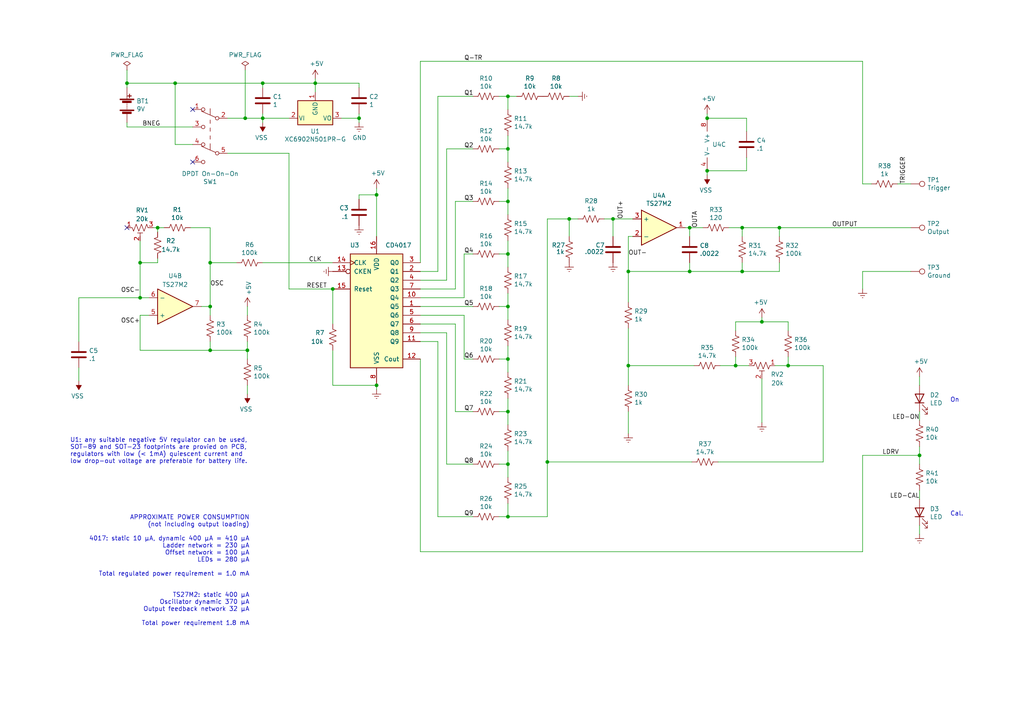
<source format=kicad_sch>
(kicad_sch (version 20211123) (generator eeschema)
  (paper "A4")
  (title_block (title "Exponential Step Generator Minimal") (date "2022-03-05") (rev "1.0") (company "Jason Bamford"))
  (lib_symbols
    (symbol "4xxx:4017" (pin_names (offset 1.016))
      (property "Reference" "U" (at -7.62 16.51 0))
      (property "Value" "4017" (at -7.62 -19.05 0))
      (symbol "4017_1_0"
        (pin output line (at 12.7 0 180) (length 5.08) (name "Q5") (number "1"))
        (pin output line (at 12.7 2.54 180) (length 5.08) (name "Q4") (number "10"))
        (pin output line (at 12.7 -10.16 180) (length 5.08) (name "Q9") (number "11"))
        (pin output line (at 12.7 -15.24 180) (length 5.08) (name "Cout") (number "12"))
        (pin input inverted (at -12.7 10.16 0) (length 5.08) (name "CKEN") (number "13"))
        (pin input clock (at -12.7 12.7 0) (length 5.08) (name "CLK") (number "14"))
        (pin input line (at -12.7 5.08 0) (length 5.08) (name "Reset") (number "15"))
        (pin power_in line (at 0 20.32 270) (length 5.08) (name "VDD") (number "16"))
        (pin output line (at 12.7 10.16 180) (length 5.08) (name "Q1") (number "2"))
        (pin output line (at 12.7 12.7 180) (length 5.08) (name "Q0") (number "3"))
        (pin output line (at 12.7 7.62 180) (length 5.08) (name "Q2") (number "4"))
        (pin output line (at 12.7 -2.54 180) (length 5.08) (name "Q6") (number "5"))
        (pin output line (at 12.7 -5.08 180) (length 5.08) (name "Q7") (number "6"))
        (pin output line (at 12.7 5.08 180) (length 5.08) (name "Q3") (number "7"))
        (pin power_in line (at 0 -22.86 90) (length 5.08) (name "VSS") (number "8"))
        (pin output line (at 12.7 -7.62 180) (length 5.08) (name "Q8") (number "9"))
      )
      (symbol "4017_1_1"
        (rectangle (start -7.62 15.24) (end 7.62 -17.78) (stroke (width 0.254)) (fill (type background)))
      )
    )
    (symbol "Connector:TestPoint" (pin_numbers hide) (pin_names (offset 0.762) hide)
      (property "Reference" "TP" (at 0 6.858 0))
      (property "Value" "TestPoint" (at 0 5.08 0))
      (symbol "TestPoint_0_1"
        (circle (center 0 3.302) (radius 0.762))
      )
      (symbol "TestPoint_1_1"
        (pin passive line (at 0 0 90) (length 2.54) (name "1") (number "1"))
      )
    )
    (symbol "Device:Battery" (pin_numbers hide) (pin_names (offset 0) hide)
      (property "Reference" "BT" (at 2.54 2.54 0))
      (property "Value" "Battery" (at 2.54 0 0))
      (symbol "Battery_0_1"
        (rectangle (start -2.032 -1.397) (end 2.032 -1.651) (fill (type outline)))
        (rectangle (start -2.032 1.778) (end 2.032 1.524) (fill (type outline)))
        (rectangle (start -1.3208 -1.9812) (end 1.27 -2.4892) (fill (type outline)))
        (rectangle (start -1.3208 1.1938) (end 1.27 0.6858) (fill (type outline)))
        (polyline (pts (xy 0 -1.524) (xy 0 -1.27)))
        (polyline (pts (xy 0 -1.016) (xy 0 -0.762)))
        (polyline (pts (xy 0 -0.508) (xy 0 -0.254)))
        (polyline (pts (xy 0 0) (xy 0 0.254)))
        (polyline (pts (xy 0 0.508) (xy 0 0.762)))
        (polyline (pts (xy 0 1.778) (xy 0 2.54)))
        (polyline (pts (xy 0.254 2.667) (xy 1.27 2.667)) (stroke (width 0.254)))
        (polyline (pts (xy 0.762 3.175) (xy 0.762 2.159)) (stroke (width 0.254)))
      )
      (symbol "Battery_1_1"
        (pin passive line (at 0 5.08 270) (length 2.54) (name "+") (number "1"))
        (pin passive line (at 0 -5.08 90) (length 2.54) (name "-") (number "2"))
      )
    )
    (symbol "Device:C" (pin_numbers hide) (pin_names (offset 0.254))
      (property "Reference" "C" (at 0.635 2.54 0))
      (property "Value" "C" (at 0.635 -2.54 0))
      (symbol "C_0_1"
        (polyline (pts (xy -2.032 -0.762) (xy 2.032 -0.762)) (stroke (width 0.508)))
        (polyline (pts (xy -2.032 0.762) (xy 2.032 0.762)) (stroke (width 0.508)))
      )
      (symbol "C_1_1"
        (pin passive line (at 0 3.81 270) (length 2.794) (name "~") (number "1"))
        (pin passive line (at 0 -3.81 90) (length 2.794) (name "~") (number "2"))
      )
    )
    (symbol "Device:LED" (pin_numbers hide) (pin_names (offset 1.016) hide)
      (property "Reference" "D" (at 0 2.54 0))
      (property "Value" "LED" (at 0 -2.54 0))
      (symbol "LED_0_1"
        (polyline (pts (xy -1.27 -1.27) (xy -1.27 1.27)) (stroke (width 0.254)))
        (polyline (pts (xy -1.27 0) (xy 1.27 0)))
        (polyline (pts (xy 1.27 -1.27) (xy 1.27 1.27) (xy -1.27 0) (xy 1.27 -1.27)) (stroke (width 0.254)))
        (polyline (pts (xy -3.048 -0.762) (xy -4.572 -2.286) (xy -3.81 -2.286) (xy -4.572 -2.286) (xy -4.572 -1.524)))
        (polyline (pts (xy -1.778 -0.762) (xy -3.302 -2.286) (xy -2.54 -2.286) (xy -3.302 -2.286) (xy -3.302 -1.524)))
      )
      (symbol "LED_1_1"
        (pin passive line (at -3.81 0 0) (length 2.54) (name "K") (number "1"))
        (pin passive line (at 3.81 0 180) (length 2.54) (name "A") (number "2"))
      )
    )
    (symbol "Device:Opamp_Dual"
      (property "Reference" "U" (at 0 5.08 0))
      (property "Value" "Opamp_Dual" (at 0 -5.08 0))
      (symbol "Opamp_Dual_1_1"
        (polyline (pts (xy -5.08 5.08) (xy 5.08 0) (xy -5.08 -5.08) (xy -5.08 5.08)) (stroke (width 0.254)) (fill (type background)))
        (pin output line (at 7.62 0 180) (length 2.54) (name "~") (number "1"))
        (pin input line (at -7.62 -2.54 0) (length 2.54) (name "-") (number "2"))
        (pin input line (at -7.62 2.54 0) (length 2.54) (name "+") (number "3"))
      )
      (symbol "Opamp_Dual_2_1"
        (polyline (pts (xy -5.08 5.08) (xy 5.08 0) (xy -5.08 -5.08) (xy -5.08 5.08)) (stroke (width 0.254)) (fill (type background)))
        (pin input line (at -7.62 2.54 0) (length 2.54) (name "+") (number "5"))
        (pin input line (at -7.62 -2.54 0) (length 2.54) (name "-") (number "6"))
        (pin output line (at 7.62 0 180) (length 2.54) (name "~") (number "7"))
      )
      (symbol "Opamp_Dual_3_1"
        (pin power_in line (at -2.54 -7.62 90) (length 3.81) (name "V-") (number "4"))
        (pin power_in line (at -2.54 7.62 270) (length 3.81) (name "V+") (number "8"))
      )
    )
    (symbol "Device:R_Potentiometer_Trim_US" (pin_names (offset 1.016) hide)
      (property "Reference" "RV" (at -4.445 0 90))
      (property "Value" "R_Potentiometer_Trim_US" (at -2.54 0 90))
      (symbol "R_Potentiometer_Trim_US_0_1"
        (polyline (pts (xy 0 -2.286) (xy 0 -2.54)))
        (polyline (pts (xy 0 2.286) (xy 0 2.54)))
        (polyline (pts (xy 1.524 0.762) (xy 1.524 -0.762)))
        (polyline (pts (xy 2.54 0) (xy 1.524 0)))
        (polyline (pts (xy 0 -0.762) (xy 1.016 -1.143) (xy 0 -1.524) (xy -1.016 -1.905) (xy 0 -2.286)))
        (polyline (pts (xy 0 0.762) (xy 1.016 0.381) (xy 0 0) (xy -1.016 -0.381) (xy 0 -0.762)))
        (polyline (pts (xy 0 2.286) (xy 1.016 1.905) (xy 0 1.524) (xy -1.016 1.143) (xy 0 0.762)))
      )
      (symbol "R_Potentiometer_Trim_US_1_1"
        (pin passive line (at 0 3.81 270) (length 1.27) (name "1") (number "1"))
        (pin passive line (at 3.81 0 180) (length 1.27) (name "2") (number "2"))
        (pin passive line (at 0 -3.81 90) (length 1.27) (name "3") (number "3"))
      )
    )
    (symbol "Device:R_US" (pin_numbers hide) (pin_names (offset 0))
      (property "Reference" "R" (at 2.54 0 90))
      (property "Value" "R_US" (at -2.54 0 90))
      (symbol "R_US_0_1"
        (polyline (pts (xy 0 -2.286) (xy 0 -2.54)))
        (polyline (pts (xy 0 2.286) (xy 0 2.54)))
        (polyline (pts (xy 0 -0.762) (xy 1.016 -1.143) (xy 0 -1.524) (xy -1.016 -1.905) (xy 0 -2.286)))
        (polyline (pts (xy 0 0.762) (xy 1.016 0.381) (xy 0 0) (xy -1.016 -0.381) (xy 0 -0.762)))
        (polyline (pts (xy 0 2.286) (xy 1.016 1.905) (xy 0 1.524) (xy -1.016 1.143) (xy 0 0.762)))
      )
      (symbol "R_US_1_1"
        (pin passive line (at 0 3.81 270) (length 1.27) (name "~") (number "1"))
        (pin passive line (at 0 -3.81 90) (length 1.27) (name "~") (number "2"))
      )
    )
    (symbol "Jasons_Components:GND" (power) (pin_names (offset 0))
      (property "Value" "GND" (at 0 -3.81 0))
      (symbol "GND_0_1"
        (polyline (pts (xy -0.635 -1.905) (xy 0.635 -1.905)))
        (polyline (pts (xy -0.127 -2.54) (xy 0.127 -2.54)))
        (polyline (pts (xy 0 -1.27) (xy 0 0)))
        (polyline (pts (xy 1.27 -1.27) (xy -1.27 -1.27)))
      )
      (symbol "GND_1_1"
        (pin power_in line (at 0 0 270) (length 0) hide (name "GND") (number "1"))
      )
    )
    (symbol "Regulator_Linear:L79L05_SOT89" (pin_names (offset 0.254))
      (property "Reference" "U" (at -3.81 -3.175 0))
      (property "Value" "L79L05_SOT89" (at 0 -3.175 0))
      (symbol "L79L05_SOT89_0_1"
        (rectangle (start -5.08 5.08) (end 5.08 -1.905) (stroke (width 0.254)) (fill (type background)))
      )
      (symbol "L79L05_SOT89_1_1"
        (pin power_in line (at 0 7.62 270) (length 2.54) (name "GND") (number "1"))
        (pin power_in line (at -7.62 0 0) (length 2.54) (name "VI") (number "2"))
        (pin power_out line (at 7.62 0 180) (length 2.54) (name "VO") (number "3"))
      )
    )
    (symbol "Switch:SW_Push_DPDT" (pin_names (offset 0) hide)
      (property "Reference" "SW" (at 0 8.89 0))
      (property "Value" "SW_Push_DPDT" (at 0 -10.16 0))
      (symbol "SW_Push_DPDT_0_0"
        (circle (center -2.032 -5.08) (radius 0.508))
        (circle (center -2.032 5.08) (radius 0.508))
        (circle (center 2.032 -7.62) (radius 0.508))
        (circle (center 2.032 2.54) (radius 0.508))
      )
      (symbol "SW_Push_DPDT_0_1"
        (polyline (pts (xy -1.524 -4.826) (xy 2.54 -3.048)))
        (polyline (pts (xy -1.524 5.334) (xy 2.54 7.112)))
        (polyline (pts (xy 0 -2.286) (xy 0 -4.064)))
        (polyline (pts (xy 0 -1.016) (xy 0 0)))
        (polyline (pts (xy 0 1.27) (xy 0 2.286)))
        (polyline (pts (xy 0 3.556) (xy 0 4.572)))
        (polyline (pts (xy 0 7.874) (xy 0 6.096)))
        (circle (center 2.032 -2.54) (radius 0.508))
        (circle (center 2.032 7.62) (radius 0.508))
      )
      (symbol "SW_Push_DPDT_1_1"
        (pin passive line (at 5.08 7.62 180) (length 2.54) (name "A") (number "1"))
        (pin passive line (at -5.08 5.08 0) (length 2.54) (name "B") (number "2"))
        (pin passive line (at 5.08 2.54 180) (length 2.54) (name "C") (number "3"))
        (pin passive line (at 5.08 -2.54 180) (length 2.54) (name "A") (number "4"))
        (pin passive line (at -5.08 -5.08 0) (length 2.54) (name "B") (number "5"))
        (pin passive line (at 5.08 -7.62 180) (length 2.54) (name "C") (number "6"))
      )
    )
    (symbol "power:+5V" (power) (pin_names (offset 0))
      (property "Value" "+5V" (at 0 3.556 0))
      (symbol "+5V_0_1"
        (polyline (pts (xy -0.762 1.27) (xy 0 2.54)))
        (polyline (pts (xy 0 0) (xy 0 2.54)))
        (polyline (pts (xy 0 2.54) (xy 0.762 1.27)))
      )
      (symbol "+5V_1_1"
        (pin power_in line (at 0 0 90) (length 0) hide (name "+5V") (number "1"))
      )
    )
    (symbol "power:PWR_FLAG" (power) (pin_numbers hide) (pin_names (offset 0) hide)
      (property "Value" "PWR_FLAG" (at 0 3.81 0))
      (symbol "PWR_FLAG_0_0"
        (pin power_out line (at 0 0 90) (length 0) (name "pwr") (number "1"))
      )
      (symbol "PWR_FLAG_0_1"
        (polyline (pts (xy 0 0) (xy 0 1.27) (xy -1.016 1.905) (xy 0 2.54) (xy 1.016 1.905) (xy 0 1.27)))
      )
    )
    (symbol "power:VSS" (power) (pin_names (offset 0))
      (property "Value" "VSS" (at 0 3.81 0))
      (symbol "VSS_0_1"
        (polyline (pts (xy 0 0) (xy 0 2.54)))
        (polyline (pts (xy 0.762 1.27) (xy -0.762 1.27) (xy 0 2.54) (xy 0.762 1.27)) (fill (type outline)))
      )
      (symbol "VSS_1_1"
        (pin power_in line (at 0 0 90) (length 0) hide (name "VSS") (number "1"))
      )
    )
  )
  (junction (at 76.2 34.29))
  (junction (at 147.32 134.62))
  (junction (at 182.245 106.045))
  (junction (at 147.32 119.38))
  (junction (at 40.64 86.36))
  (junction (at 226.06 66.04))
  (junction (at 158.75 133.985))
  (junction (at 36.83 24.13))
  (junction (at 60.96 101.6))
  (junction (at 76.2 24.13))
  (junction (at 147.32 27.94))
  (junction (at 96.52 83.82))
  (junction (at 109.22 111.76))
  (junction (at 147.32 149.86))
  (junction (at 165.1 63.5))
  (junction (at 40.64 76.2))
  (junction (at 182.245 78.74))
  (junction (at 205.105 49.53))
  (junction (at 200.025 78.74))
  (junction (at 60.96 88.9))
  (junction (at 147.32 104.14))
  (junction (at 215.265 78.74))
  (junction (at 109.22 56.515))
  (junction (at 228.6 106.045))
  (junction (at 147.32 43.18))
  (junction (at 71.755 101.6))
  (junction (at 200.025 66.04))
  (junction (at 104.14 34.29))
  (junction (at 147.32 58.42))
  (junction (at 45.72 66.04))
  (junction (at 266.7 132.08))
  (junction (at 147.32 88.9))
  (junction (at 71.12 34.29))
  (junction (at 50.8 24.13))
  (junction (at 205.105 34.29))
  (junction (at 213.36 106.045))
  (junction (at 91.44 24.13))
  (junction (at 177.8 63.5))
  (junction (at 220.98 93.345))
  (junction (at 60.96 76.2))
  (junction (at 147.32 73.66))
  (junction (at 215.265 66.04))
  (no_connect (at 36.83 66.04))
  (no_connect (at 55.88 46.99))
  (no_connect (at 55.88 31.75))
  (wire (pts (xy 260.35 53.34) (xy 264.16 53.34)))
  (wire (pts (xy 147.32 43.18) (xy 147.32 46.99)))
  (wire (pts (xy 228.6 103.505) (xy 228.6 106.045)))
  (wire (pts (xy 215.265 78.74) (xy 200.025 78.74)))
  (wire (pts (xy 40.64 101.6) (xy 40.64 91.44)))
  (wire (pts (xy 158.75 149.86) (xy 158.75 133.985)))
  (wire (pts (xy 182.245 78.74) (xy 182.245 87.63)))
  (wire (pts (xy 200.025 66.04) (xy 203.835 66.04)))
  (wire (pts (xy 137.16 27.94) (xy 127 27.94)))
  (wire (pts (xy 165.1 27.94) (xy 167.64 27.94)))
  (wire (pts (xy 83.82 44.45) (xy 66.04 44.45)))
  (wire (pts (xy 60.96 91.44) (xy 60.96 88.9)))
  (wire (pts (xy 177.8 63.5) (xy 183.515 63.5)))
  (wire (pts (xy 71.12 34.29) (xy 76.2 34.29)))
  (wire (pts (xy 147.32 115.57) (xy 147.32 119.38)))
  (wire (pts (xy 45.72 74.93) (xy 45.72 76.2)))
  (wire (pts (xy 224.79 106.045) (xy 228.6 106.045)))
  (wire (pts (xy 60.96 101.6) (xy 60.96 99.06)))
  (wire (pts (xy 104.14 25.4) (xy 104.14 24.13)))
  (wire (pts (xy 144.78 73.66) (xy 147.32 73.66)))
  (wire (pts (xy 22.86 86.36) (xy 40.64 86.36)))
  (wire (pts (xy 91.44 26.67) (xy 91.44 24.13)))
  (wire (pts (xy 147.32 73.66) (xy 147.32 77.47)))
  (wire (pts (xy 96.52 101.6) (xy 96.52 111.76)))
  (wire (pts (xy 58.42 88.9) (xy 60.96 88.9)))
  (wire (pts (xy 220.98 92.075) (xy 220.98 93.345)))
  (wire (pts (xy 158.75 63.5) (xy 165.1 63.5)))
  (wire (pts (xy 182.245 125.73) (xy 182.245 119.38)))
  (wire (pts (xy 250.19 132.08) (xy 266.7 132.08)))
  (wire (pts (xy 104.14 57.785) (xy 104.14 56.515)))
  (wire (pts (xy 216.535 45.72) (xy 216.535 49.53)))
  (wire (pts (xy 60.96 101.6) (xy 71.755 101.6)))
  (wire (pts (xy 266.7 121.92) (xy 266.7 119.38)))
  (wire (pts (xy 36.83 35.56) (xy 36.83 36.83)))
  (wire (pts (xy 137.16 134.62) (xy 129.54 134.62)))
  (wire (pts (xy 36.83 25.4) (xy 36.83 24.13)))
  (wire (pts (xy 213.36 106.045) (xy 217.17 106.045)))
  (wire (pts (xy 127 99.06) (xy 121.92 99.06)))
  (wire (pts (xy 71.755 104.14) (xy 71.755 101.6)))
  (wire (pts (xy 216.535 38.1) (xy 216.535 34.29)))
  (wire (pts (xy 215.265 78.74) (xy 226.06 78.74)))
  (wire (pts (xy 250.19 53.34) (xy 252.73 53.34)))
  (wire (pts (xy 60.96 101.6) (xy 40.64 101.6)))
  (wire (pts (xy 226.06 68.58) (xy 226.06 66.04)))
  (wire (pts (xy 213.36 93.345) (xy 220.98 93.345)))
  (wire (pts (xy 182.245 68.58) (xy 182.245 78.74)))
  (wire (pts (xy 215.265 68.58) (xy 215.265 66.04)))
  (wire (pts (xy 266.7 142.24) (xy 266.7 144.78)))
  (wire (pts (xy 158.75 63.5) (xy 158.75 133.985)))
  (wire (pts (xy 96.52 111.76) (xy 109.22 111.76)))
  (wire (pts (xy 40.64 86.36) (xy 43.18 86.36)))
  (wire (pts (xy 205.105 34.29) (xy 205.105 33.02)))
  (wire (pts (xy 144.78 27.94) (xy 147.32 27.94)))
  (wire (pts (xy 76.2 33.02) (xy 76.2 34.29)))
  (wire (pts (xy 104.14 34.29) (xy 104.14 33.02)))
  (wire (pts (xy 147.32 88.9) (xy 147.32 92.71)))
  (wire (pts (xy 226.06 66.04) (xy 264.16 66.04)))
  (wire (pts (xy 104.14 35.56) (xy 104.14 34.29)))
  (wire (pts (xy 147.32 149.86) (xy 158.75 149.86)))
  (wire (pts (xy 200.025 68.58) (xy 200.025 66.04)))
  (wire (pts (xy 96.52 93.98) (xy 96.52 83.82)))
  (wire (pts (xy 250.19 83.82) (xy 250.19 78.74)))
  (wire (pts (xy 132.08 58.42) (xy 132.08 83.82)))
  (wire (pts (xy 40.64 76.2) (xy 40.64 86.36)))
  (wire (pts (xy 45.72 66.04) (xy 45.72 67.31)))
  (wire (pts (xy 165.1 68.58) (xy 165.1 63.5)))
  (wire (pts (xy 137.16 104.14) (xy 134.62 104.14)))
  (wire (pts (xy 137.16 88.9) (xy 121.92 88.9)))
  (wire (pts (xy 66.04 34.29) (xy 71.12 34.29)))
  (wire (pts (xy 144.78 119.38) (xy 147.32 119.38)))
  (wire (pts (xy 45.72 76.2) (xy 40.64 76.2)))
  (wire (pts (xy 208.915 106.045) (xy 213.36 106.045)))
  (wire (pts (xy 134.62 73.66) (xy 134.62 86.36)))
  (wire (pts (xy 216.535 34.29) (xy 205.105 34.29)))
  (wire (pts (xy 144.78 58.42) (xy 147.32 58.42)))
  (wire (pts (xy 40.64 69.85) (xy 40.64 76.2)))
  (wire (pts (xy 147.32 138.43) (xy 147.32 134.62)))
  (wire (pts (xy 198.755 66.04) (xy 200.025 66.04)))
  (wire (pts (xy 91.44 22.86) (xy 91.44 24.13)))
  (wire (pts (xy 147.32 39.37) (xy 147.32 43.18)))
  (wire (pts (xy 177.8 68.58) (xy 177.8 63.5)))
  (wire (pts (xy 121.92 17.78) (xy 250.19 17.78)))
  (wire (pts (xy 213.36 103.505) (xy 213.36 106.045)))
  (wire (pts (xy 91.44 24.13) (xy 104.14 24.13)))
  (wire (pts (xy 121.92 104.14) (xy 121.92 160.02)))
  (wire (pts (xy 127 149.86) (xy 127 99.06)))
  (wire (pts (xy 144.78 43.18) (xy 147.32 43.18)))
  (wire (pts (xy 226.06 76.2) (xy 226.06 78.74)))
  (wire (pts (xy 83.82 83.82) (xy 83.82 44.45)))
  (wire (pts (xy 96.52 83.82) (xy 83.82 83.82)))
  (wire (pts (xy 238.76 106.045) (xy 238.76 133.985)))
  (wire (pts (xy 147.32 54.61) (xy 147.32 58.42)))
  (wire (pts (xy 129.54 96.52) (xy 121.92 96.52)))
  (wire (pts (xy 22.86 106.68) (xy 22.86 110.49)))
  (wire (pts (xy 104.14 56.515) (xy 109.22 56.515)))
  (wire (pts (xy 147.32 130.81) (xy 147.32 134.62)))
  (wire (pts (xy 121.92 76.2) (xy 121.92 17.78)))
  (wire (pts (xy 76.2 76.2) (xy 96.52 76.2)))
  (wire (pts (xy 129.54 134.62) (xy 129.54 96.52)))
  (wire (pts (xy 129.54 43.18) (xy 129.54 81.28)))
  (wire (pts (xy 213.36 95.885) (xy 213.36 93.345)))
  (wire (pts (xy 40.64 91.44) (xy 43.18 91.44)))
  (wire (pts (xy 250.19 78.74) (xy 264.16 78.74)))
  (wire (pts (xy 55.245 66.04) (xy 60.96 66.04)))
  (wire (pts (xy 132.08 93.98) (xy 121.92 93.98)))
  (wire (pts (xy 137.16 43.18) (xy 129.54 43.18)))
  (wire (pts (xy 132.08 83.82) (xy 121.92 83.82)))
  (wire (pts (xy 147.32 69.85) (xy 147.32 73.66)))
  (wire (pts (xy 165.1 63.5) (xy 167.64 63.5)))
  (wire (pts (xy 147.32 27.94) (xy 147.32 31.75)))
  (wire (pts (xy 109.22 113.03) (xy 109.22 111.76)))
  (wire (pts (xy 134.62 91.44) (xy 121.92 91.44)))
  (wire (pts (xy 36.83 24.13) (xy 50.8 24.13)))
  (wire (pts (xy 149.86 27.94) (xy 147.32 27.94)))
  (wire (pts (xy 266.7 132.08) (xy 266.7 134.62)))
  (wire (pts (xy 228.6 95.885) (xy 228.6 93.345)))
  (wire (pts (xy 60.96 76.2) (xy 68.58 76.2)))
  (wire (pts (xy 50.8 41.91) (xy 50.8 24.13)))
  (wire (pts (xy 220.98 93.345) (xy 228.6 93.345)))
  (wire (pts (xy 147.32 58.42) (xy 147.32 62.23)))
  (wire (pts (xy 158.75 133.985) (xy 200.66 133.985)))
  (wire (pts (xy 144.78 134.62) (xy 147.32 134.62)))
  (wire (pts (xy 22.86 86.36) (xy 22.86 99.06)))
  (wire (pts (xy 76.2 35.56) (xy 76.2 34.29)))
  (wire (pts (xy 144.78 104.14) (xy 147.32 104.14)))
  (wire (pts (xy 60.96 76.2) (xy 60.96 88.9)))
  (wire (pts (xy 137.16 149.86) (xy 127 149.86)))
  (wire (pts (xy 134.62 104.14) (xy 134.62 91.44)))
  (wire (pts (xy 71.755 91.44) (xy 71.755 88.9)))
  (wire (pts (xy 137.16 73.66) (xy 134.62 73.66)))
  (wire (pts (xy 147.32 85.09) (xy 147.32 88.9)))
  (wire (pts (xy 182.245 106.045) (xy 201.295 106.045)))
  (wire (pts (xy 228.6 106.045) (xy 238.76 106.045)))
  (wire (pts (xy 200.025 76.2) (xy 200.025 78.74)))
  (wire (pts (xy 238.76 133.985) (xy 208.28 133.985)))
  (wire (pts (xy 182.245 95.25) (xy 182.245 106.045)))
  (wire (pts (xy 216.535 49.53) (xy 205.105 49.53)))
  (wire (pts (xy 109.22 54.61) (xy 109.22 56.515)))
  (wire (pts (xy 127 27.94) (xy 127 78.74)))
  (wire (pts (xy 137.16 58.42) (xy 132.08 58.42)))
  (wire (pts (xy 50.8 24.13) (xy 76.2 24.13)))
  (wire (pts (xy 36.83 36.83) (xy 55.88 36.83)))
  (wire (pts (xy 134.62 86.36) (xy 121.92 86.36)))
  (wire (pts (xy 220.98 122.555) (xy 220.98 109.855)))
  (wire (pts (xy 137.16 119.38) (xy 132.08 119.38)))
  (wire (pts (xy 266.7 109.22) (xy 266.7 111.76)))
  (wire (pts (xy 266.7 154.94) (xy 266.7 152.4)))
  (wire (pts (xy 182.245 106.045) (xy 182.245 111.76)))
  (wire (pts (xy 45.72 66.04) (xy 44.45 66.04)))
  (wire (pts (xy 76.2 24.13) (xy 91.44 24.13)))
  (wire (pts (xy 121.92 160.02) (xy 250.19 160.02)))
  (wire (pts (xy 71.755 101.6) (xy 71.755 99.06)))
  (wire (pts (xy 175.26 63.5) (xy 177.8 63.5)))
  (wire (pts (xy 144.78 149.86) (xy 147.32 149.86)))
  (wire (pts (xy 250.19 17.78) (xy 250.19 53.34)))
  (wire (pts (xy 215.265 66.04) (xy 226.06 66.04)))
  (wire (pts (xy 71.12 20.32) (xy 71.12 34.29)))
  (wire (pts (xy 47.625 66.04) (xy 45.72 66.04)))
  (wire (pts (xy 76.2 25.4) (xy 76.2 24.13)))
  (wire (pts (xy 147.32 146.05) (xy 147.32 149.86)))
  (wire (pts (xy 55.88 41.91) (xy 50.8 41.91)))
  (wire (pts (xy 183.515 68.58) (xy 182.245 68.58)))
  (wire (pts (xy 132.08 119.38) (xy 132.08 93.98)))
  (wire (pts (xy 200.025 78.74) (xy 182.245 78.74)))
  (wire (pts (xy 99.06 34.29) (xy 104.14 34.29)))
  (wire (pts (xy 205.105 50.8) (xy 205.105 49.53)))
  (wire (pts (xy 129.54 81.28) (xy 121.92 81.28)))
  (wire (pts (xy 250.19 132.08) (xy 250.19 160.02)))
  (wire (pts (xy 71.755 114.3) (xy 71.755 111.76)))
  (wire (pts (xy 147.32 119.38) (xy 147.32 123.19)))
  (wire (pts (xy 127 78.74) (xy 121.92 78.74)))
  (wire (pts (xy 266.7 129.54) (xy 266.7 132.08)))
  (wire (pts (xy 211.455 66.04) (xy 215.265 66.04)))
  (wire (pts (xy 144.78 88.9) (xy 147.32 88.9)))
  (wire (pts (xy 36.83 20.32) (xy 36.83 24.13)))
  (wire (pts (xy 109.22 56.515) (xy 109.22 68.58)))
  (wire (pts (xy 215.265 76.2) (xy 215.265 78.74)))
  (wire (pts (xy 147.32 104.14) (xy 147.32 107.95)))
  (wire (pts (xy 60.96 66.04) (xy 60.96 76.2)))
  (wire (pts (xy 76.2 34.29) (xy 83.82 34.29)))
  (wire (pts (xy 147.32 100.33) (xy 147.32 104.14)))
  (text "On" (at 275.59 116.84 0) (effects (font (size 1.27 1.27)) (justify left bottom)))
  (text "Cal." (at 275.59 149.86 0) (effects (font (size 1.27 1.27)) (justify left bottom)))
  (text "APPROXIMATE POWER CONSUMPTION\n(not including output loading)\n\n4017: static 10 µA, dynamic 400 µA = 410 µA\nLadder network = 230 µA\nOffset network = 100 µA\nLEDs = 280 µA\n\nTotal regulated power requirement = 1.0 mA\n\n\nTS27M2: static 400 µA\nOscillator dynamic 370 µA\nOutput feedback network 32 µA\n\nTotal power requirement 1.8 mA" (at 72.39 181.61 0) (effects (font (size 1.27 1.27)) (justify right bottom)))
  (text "U1: any suitable negative 5V regulator can be used,\nSOT-89 and SOT-23 footprints are provied on PCB,\nregulators with low (< 1mA) quiescent current and\nlow drop-out voltage are preferable for battery life." (at 20.32 134.62 0) (effects (font (size 1.27 1.27)) (justify left bottom)))
  (label "OSC" (at 60.96 83.185 0))
  (label "OSC+" (at 40.64 93.98 180))
  (label "LDRV" (at 255.905 132.08 0))
  (label "TRIGGER" (at 262.89 53.34 90))
  (label "Q2" (at 134.62 43.18 0))
  (label "OUTA" (at 202.565 66.04 90))
  (label "Q7" (at 134.62 119.38 0))
  (label "Q-TR" (at 134.62 17.78 0))
  (label "LED-CAL" (at 266.7 144.78 180))
  (label "Q6" (at 134.62 104.14 0))
  (label "Q8" (at 134.62 134.62 0))
  (label "LED-ON" (at 266.7 121.92 180))
  (label "RESET" (at 88.9 83.82 0))
  (label "OUTPUT" (at 241.3 66.04 0))
  (label "Q3" (at 134.62 58.42 0))
  (label "BNEG" (at 41.275 36.83 0))
  (label "OUT-" (at 182.245 74.295 0))
  (label "Q1" (at 134.62 27.94 0))
  (label "Q9" (at 134.62 149.86 0))
  (label "Q4" (at 134.62 73.66 0))
  (label "OUT+" (at 180.975 63.5 90))
  (label "OSC-" (at 40.64 85.09 180))
  (label "CLK" (at 89.535 76.2 0))
  (label "Q5" (at 134.62 88.9 0))
  (symbol (lib_id "4xxx:4017") (at 109.22 88.9 0) (unit 1)
    (property "Reference" "U3" (at 102.87 71.12 0))
    (property "Value" "CD4017" (at 115.57 71.12 0))
    (property "Footprint" "Package_SO:SOIC-16_3.9x9.9mm_P1.27mm" (effects hide))
    (property "Datasheet" "http://www.intersil.com/content/dam/Intersil/documents/cd40/cd4017bms-22bms.pdf" (effects hide))
    (property "# Farnell" "3006266" (effects hide))
    (property "# RS" "662-9543" (effects hide))
  )
  (symbol (lib_id "Device:Opamp_Dual") (at 191.135 66.04 0) (unit 1)
    (property "Reference" "U4" (at 191.135 56.7182 0))
    (property "Value" "TS27M2" (at 191.135 59.0296 0))
    (property "Footprint" "Package_SO:SOIC-8_3.9x4.9mm_P1.27mm" (effects hide))
    (property "# Farnell" "3130089" (effects hide))
    (property "# RS" "877-3040" (effects hide))
  )
  (symbol (lib_id "Device:R_US") (at 140.97 27.94 270) (unit 1)
    (property "Reference" "R10" (at 140.97 22.733 90))
    (property "Value" "10k" (at 140.97 25.0444 90))
    (property "Footprint" "Resistor_SMD:R_0805_2012Metric_Pad1.20x1.40mm_HandSolder" (effects hide))
    (property "# Farnell" "2447553" (effects hide))
    (property "# RS" "198-5686" (effects hide))
  )
  (symbol (lib_id "Device:R_US") (at 140.97 43.18 270) (unit 1)
    (property "Reference" "R12" (at 140.97 37.973 90))
    (property "Value" "10k" (at 140.97 40.2844 90))
    (property "Footprint" "Resistor_SMD:R_0805_2012Metric_Pad1.20x1.40mm_HandSolder" (effects hide))
    (property "# Farnell" "2447553" (effects hide))
    (property "# RS" "198-5686" (effects hide))
  )
  (symbol (lib_id "Device:R_US") (at 140.97 58.42 270) (unit 1)
    (property "Reference" "R14" (at 140.97 53.213 90))
    (property "Value" "10k" (at 140.97 55.5244 90))
    (property "Footprint" "Resistor_SMD:R_0805_2012Metric_Pad1.20x1.40mm_HandSolder" (effects hide))
    (property "# Farnell" "2447553" (effects hide))
    (property "# RS" "198-5686" (effects hide))
  )
  (symbol (lib_id "Device:R_US") (at 140.97 73.66 270) (unit 1)
    (property "Reference" "R16" (at 140.97 68.453 90))
    (property "Value" "10k" (at 140.97 70.7644 90))
    (property "Footprint" "Resistor_SMD:R_0805_2012Metric_Pad1.20x1.40mm_HandSolder" (effects hide))
    (property "# Farnell" "2447553" (effects hide))
    (property "# RS" "198-5686" (effects hide))
  )
  (symbol (lib_id "Device:R_US") (at 140.97 88.9 270) (unit 1)
    (property "Reference" "R18" (at 140.97 83.693 90))
    (property "Value" "10k" (at 140.97 86.0044 90))
    (property "Footprint" "Resistor_SMD:R_0805_2012Metric_Pad1.20x1.40mm_HandSolder" (effects hide))
    (property "# Farnell" "2447553" (effects hide))
    (property "# RS" "198-5686" (effects hide))
  )
  (symbol (lib_id "Device:R_US") (at 140.97 104.14 270) (unit 1)
    (property "Reference" "R20" (at 140.97 98.933 90))
    (property "Value" "10k" (at 140.97 101.2444 90))
    (property "Footprint" "Resistor_SMD:R_0805_2012Metric_Pad1.20x1.40mm_HandSolder" (effects hide))
    (property "# Farnell" "2447553" (effects hide))
    (property "# RS" "198-5686" (effects hide))
  )
  (symbol (lib_id "Device:R_US") (at 140.97 119.38 270) (unit 1)
    (property "Reference" "R22" (at 140.97 114.173 90))
    (property "Value" "10k" (at 140.97 116.4844 90))
    (property "Footprint" "Resistor_SMD:R_0805_2012Metric_Pad1.20x1.40mm_HandSolder" (effects hide))
    (property "# Farnell" "2447553" (effects hide))
    (property "# RS" "198-5686" (effects hide))
  )
  (symbol (lib_id "Device:R_US") (at 140.97 134.62 270) (unit 1)
    (property "Reference" "R24" (at 140.97 129.413 90))
    (property "Value" "10k" (at 140.97 131.7244 90))
    (property "Footprint" "Resistor_SMD:R_0805_2012Metric_Pad1.20x1.40mm_HandSolder" (effects hide))
    (property "# Farnell" "2447553" (effects hide))
    (property "# RS" "198-5686" (effects hide))
  )
  (symbol (lib_id "Device:R_US") (at 140.97 149.86 270) (unit 1)
    (property "Reference" "R26" (at 140.97 144.653 90))
    (property "Value" "10k" (at 140.97 146.9644 90))
    (property "Footprint" "Resistor_SMD:R_0805_2012Metric_Pad1.20x1.40mm_HandSolder" (effects hide))
    (property "# Farnell" "2447553" (effects hide))
    (property "# RS" "198-5686" (effects hide))
  )
  (symbol (lib_id "Device:R_US") (at 147.32 142.24 0) (unit 1)
    (property "Reference" "R25" (at 149.0472 141.0716 0) (effects (justify left)))
    (property "Value" "14.7k" (at 149.0472 143.383 0) (effects (justify left)))
    (property "Footprint" "Resistor_SMD:R_0805_2012Metric_Pad1.20x1.40mm_HandSolder" (effects hide))
    (property "# Farnell" "2447572" (effects hide))
    (property "# RS" "123-1626" (effects hide))
  )
  (symbol (lib_id "Connector:TestPoint") (at 264.16 53.34 270) (unit 1)
    (property "Reference" "TP1" (at 268.9352 52.1716 90) (effects (justify left)))
    (property "Value" "Trigger" (at 268.9352 54.483 90) (effects (justify left)))
    (property "Footprint" "Jasons_Components:Binding_Post" (effects hide))
  )
  (symbol (lib_id "Connector:TestPoint") (at 264.16 66.04 270) (unit 1)
    (property "Reference" "TP2" (at 268.9352 64.8716 90) (effects (justify left)))
    (property "Value" "Output" (at 268.9352 67.183 90) (effects (justify left)))
    (property "Footprint" "Jasons_Components:Binding_Post" (effects hide))
  )
  (symbol (lib_id "Connector:TestPoint") (at 264.16 78.74 270) (unit 1)
    (property "Reference" "TP3" (at 268.9352 77.5716 90) (effects (justify left)))
    (property "Value" "Ground" (at 268.9352 79.883 90) (effects (justify left)))
    (property "Footprint" "Jasons_Components:Binding_Post" (effects hide))
  )
  (symbol (lib_id "Device:Opamp_Dual") (at 50.8 88.9 0) (mirror x) (unit 2)
    (property "Reference" "U4" (at 50.8 80.01 0))
    (property "Value" "TS27M2" (at 50.8 82.55 0))
    (property "Footprint" "Package_SO:SOIC-8_3.9x4.9mm_P1.27mm" (effects hide))
    (property "# Farnell" "3130089" (effects hide))
    (property "# RS" "877-3040" (effects hide))
  )
  (symbol (lib_id "Device:R_Potentiometer_Trim_US") (at 220.98 106.045 270) (unit 1)
    (property "Reference" "RV2" (at 227.33 108.585 90) (effects (justify right)))
    (property "Value" "20k" (at 227.33 111.125 90) (effects (justify right)))
    (property "Footprint" "Jasons_Components:Trimmer_Universal_3296_Horizontal" (effects hide))
    (property "# Farnell" "9608877" (effects hide))
    (property "# RS" "785-9837" (effects hide))
  )
  (symbol (lib_id "Device:R_US") (at 215.265 72.39 0) (unit 1)
    (property "Reference" "R31" (at 216.9922 71.2216 0) (effects (justify left)))
    (property "Value" "14.7k" (at 216.9922 73.533 0) (effects (justify left)))
    (property "Footprint" "Resistor_SMD:R_0805_2012Metric_Pad1.20x1.40mm_HandSolder" (effects hide))
    (property "# Farnell" "2447572" (effects hide))
    (property "# RS" "123-1626" (effects hide))
  )
  (symbol (lib_id "Device:R_US") (at 226.06 72.39 0) (unit 1)
    (property "Reference" "R32" (at 227.7872 71.2216 0) (effects (justify left)))
    (property "Value" "100k" (at 227.7872 73.533 0) (effects (justify left)))
    (property "Footprint" "Resistor_SMD:R_0805_2012Metric_Pad1.20x1.40mm_HandSolder" (effects hide))
    (property "# Farnell" "2332098" (effects hide))
    (property "# RS" "223-0691" (effects hide))
  )
  (symbol (lib_id "Device:R_US") (at 182.245 91.44 0) (unit 1)
    (property "Reference" "R29" (at 183.9722 90.2716 0) (effects (justify left)))
    (property "Value" "1k" (at 183.9722 92.583 0) (effects (justify left)))
    (property "Footprint" "Resistor_SMD:R_0805_2012Metric_Pad1.20x1.40mm_HandSolder" (effects hide))
    (property "# Farnell" "2447587" (effects hide))
    (property "# RS" "198-5691" (effects hide))
  )
  (symbol (lib_id "Device:R_US") (at 182.245 115.57 0) (unit 1)
    (property "Reference" "R30" (at 183.9722 114.4016 0) (effects (justify left)))
    (property "Value" "1k" (at 183.9722 116.713 0) (effects (justify left)))
    (property "Footprint" "Resistor_SMD:R_0805_2012Metric_Pad1.20x1.40mm_HandSolder" (effects hide))
    (property "# Farnell" "2447587" (effects hide))
    (property "# RS" "198-5691" (effects hide))
  )
  (symbol (lib_id "Jasons_Components:GND") (at 220.98 122.555 0) (unit 1)
    (property "Reference" "#PWR05" (effects hide))
    (property "Value" "GND" (effects hide))
  )
  (symbol (lib_id "Device:R_US") (at 147.32 35.56 0) (unit 1)
    (property "Reference" "R11" (at 149.0472 34.3916 0) (effects (justify left)))
    (property "Value" "14.7k" (at 149.0472 36.703 0) (effects (justify left)))
    (property "Footprint" "Resistor_SMD:R_0805_2012Metric_Pad1.20x1.40mm_HandSolder" (effects hide))
    (property "# Farnell" "2447572" (effects hide))
    (property "# RS" "123-1626" (effects hide))
  )
  (symbol (lib_id "Device:R_US") (at 213.36 99.695 0) (unit 1)
    (property "Reference" "R34" (at 215.0872 98.5266 0) (effects (justify left)))
    (property "Value" "100k" (at 215.0872 100.838 0) (effects (justify left)))
    (property "Footprint" "Resistor_SMD:R_0805_2012Metric_Pad1.20x1.40mm_HandSolder" (effects hide))
    (property "# Farnell" "2332098" (effects hide))
    (property "# RS" "223-0691" (effects hide))
  )
  (symbol (lib_id "Device:R_US") (at 147.32 50.8 0) (unit 1)
    (property "Reference" "R13" (at 149.0472 49.6316 0) (effects (justify left)))
    (property "Value" "14.7k" (at 149.0472 51.943 0) (effects (justify left)))
    (property "Footprint" "Resistor_SMD:R_0805_2012Metric_Pad1.20x1.40mm_HandSolder" (effects hide))
    (property "# Farnell" "2447572" (effects hide))
    (property "# RS" "123-1626" (effects hide))
  )
  (symbol (lib_id "Device:R_US") (at 228.6 99.695 0) (unit 1)
    (property "Reference" "R36" (at 230.3272 98.5266 0) (effects (justify left)))
    (property "Value" "100k" (at 230.3272 100.838 0) (effects (justify left)))
    (property "Footprint" "Resistor_SMD:R_0805_2012Metric_Pad1.20x1.40mm_HandSolder" (effects hide))
    (property "# Farnell" "2332098" (effects hide))
    (property "# RS" "223-0691" (effects hide))
  )
  (symbol (lib_id "Device:R_US") (at 147.32 66.04 0) (unit 1)
    (property "Reference" "R15" (at 149.0472 64.8716 0) (effects (justify left)))
    (property "Value" "14.7k" (at 149.0472 67.183 0) (effects (justify left)))
    (property "Footprint" "Resistor_SMD:R_0805_2012Metric_Pad1.20x1.40mm_HandSolder" (effects hide))
    (property "# Farnell" "2447572" (effects hide))
    (property "# RS" "123-1626" (effects hide))
  )
  (symbol (lib_id "Device:R_US") (at 147.32 81.28 0) (unit 1)
    (property "Reference" "R17" (at 149.0472 80.1116 0) (effects (justify left)))
    (property "Value" "14.7k" (at 149.0472 82.423 0) (effects (justify left)))
    (property "Footprint" "Resistor_SMD:R_0805_2012Metric_Pad1.20x1.40mm_HandSolder" (effects hide))
    (property "# Farnell" "2447572" (effects hide))
    (property "# RS" "123-1626" (effects hide))
  )
  (symbol (lib_id "Device:R_US") (at 147.32 96.52 0) (unit 1)
    (property "Reference" "R19" (at 149.0472 95.3516 0) (effects (justify left)))
    (property "Value" "14.7k" (at 149.0472 97.663 0) (effects (justify left)))
    (property "Footprint" "Resistor_SMD:R_0805_2012Metric_Pad1.20x1.40mm_HandSolder" (effects hide))
    (property "# Farnell" "2447572" (effects hide))
    (property "# RS" "123-1626" (effects hide))
  )
  (symbol (lib_id "Device:R_US") (at 147.32 111.76 0) (unit 1)
    (property "Reference" "R21" (at 149.0472 110.5916 0) (effects (justify left)))
    (property "Value" "14.7k" (at 149.0472 112.903 0) (effects (justify left)))
    (property "Footprint" "Resistor_SMD:R_0805_2012Metric_Pad1.20x1.40mm_HandSolder" (effects hide))
    (property "# Farnell" "2447572" (effects hide))
    (property "# RS" "123-1626" (effects hide))
  )
  (symbol (lib_id "Device:R_US") (at 147.32 127 0) (unit 1)
    (property "Reference" "R23" (at 149.0472 125.8316 0) (effects (justify left)))
    (property "Value" "14.7k" (at 149.0472 128.143 0) (effects (justify left)))
    (property "Footprint" "Resistor_SMD:R_0805_2012Metric_Pad1.20x1.40mm_HandSolder" (effects hide))
    (property "# Farnell" "2447572" (effects hide))
    (property "# RS" "123-1626" (effects hide))
  )
  (symbol (lib_id "Device:R_US") (at 205.105 106.045 270) (unit 1)
    (property "Reference" "R35" (at 205.105 100.838 90))
    (property "Value" "14.7k" (at 205.105 103.1494 90))
    (property "Footprint" "Resistor_SMD:R_0805_2012Metric_Pad1.20x1.40mm_HandSolder" (effects hide))
    (property "# Farnell" "2447572" (effects hide))
    (property "# RS" "123-1626" (effects hide))
  )
  (symbol (lib_id "Device:R_US") (at 204.47 133.985 270) (unit 1)
    (property "Reference" "R37" (at 204.47 128.778 90))
    (property "Value" "14.7k" (at 204.47 131.0894 90))
    (property "Footprint" "Resistor_SMD:R_0805_2012Metric_Pad1.20x1.40mm_HandSolder" (effects hide))
    (property "# Farnell" "2447572" (effects hide))
    (property "# RS" "123-1626" (effects hide))
  )
  (symbol (lib_id "Device:R_US") (at 60.96 95.25 0) (unit 1)
    (property "Reference" "R3" (at 62.6872 94.0816 0) (effects (justify left)))
    (property "Value" "100k" (at 62.6872 96.393 0) (effects (justify left)))
    (property "Footprint" "Resistor_SMD:R_0805_2012Metric_Pad1.20x1.40mm_HandSolder" (effects hide))
    (property "# Farnell" "2332098" (effects hide))
    (property "# RS" "223-0691" (effects hide))
  )
  (symbol (lib_id "Device:R_US") (at 71.755 107.95 0) (unit 1)
    (property "Reference" "R5" (at 73.4822 106.7816 0) (effects (justify left)))
    (property "Value" "100k" (at 73.4822 109.093 0) (effects (justify left)))
    (property "Footprint" "Resistor_SMD:R_0805_2012Metric_Pad1.20x1.40mm_HandSolder" (effects hide))
    (property "# Farnell" "2332098" (effects hide))
    (property "# RS" "223-0691" (effects hide))
  )
  (symbol (lib_id "power:+5V") (at 71.755 88.9 0) (unit 1)
    (property "Reference" "#PWR02" (effects hide))
    (property "Value" "+5V" (at 72.136 85.6488 90) (effects (justify left)))
  )
  (symbol (lib_id "Device:R_US") (at 51.435 66.04 270) (unit 1)
    (property "Reference" "R1" (at 51.435 60.833 90))
    (property "Value" "10k" (at 51.435 63.1444 90))
    (property "Footprint" "Resistor_SMD:R_0805_2012Metric_Pad1.20x1.40mm_HandSolder" (effects hide))
    (property "# Farnell" "2447553" (effects hide))
    (property "# RS" "198-5686" (effects hide))
  )
  (symbol (lib_id "Device:C") (at 200.025 72.39 0) (unit 1)
    (property "Reference" "C8" (at 202.946 71.2216 0) (effects (justify left)))
    (property "Value" ".0022" (at 202.946 73.533 0) (effects (justify left)))
    (property "Footprint" "Capacitor_SMD:C_0805_2012Metric_Pad1.18x1.45mm_HandSolder" (effects hide))
    (property "# Farnell" "3489847" (effects hide))
    (property "# RS" " 179-5731" (effects hide))
  )
  (symbol (lib_id "power:PWR_FLAG") (at 36.83 20.32 0) (unit 1)
    (property "Reference" "#FLG0101" (effects hide))
    (property "Value" "PWR_FLAG" (at 36.83 15.9258 0))
  )
  (symbol (lib_id "power:PWR_FLAG") (at 71.12 20.32 0) (unit 1)
    (property "Reference" "#FLG0102" (effects hide))
    (property "Value" "PWR_FLAG" (at 71.12 15.9258 0))
  )
  (symbol (lib_id "Jasons_Components:GND") (at 182.245 125.73 0) (mirror y) (unit 1)
    (property "Reference" "#PWR0101" (effects hide))
    (property "Value" "GND" (effects hide))
  )
  (symbol (lib_id "power:+5V") (at 220.98 92.075 0) (mirror y) (unit 1)
    (property "Reference" "#PWR0112" (effects hide))
    (property "Value" "+5V" (at 220.599 87.6808 0))
  )
  (symbol (lib_id "Jasons_Components:GND") (at 109.22 113.03 0) (unit 1)
    (property "Reference" "#PWR0109" (effects hide))
    (property "Value" "GND" (effects hide))
  )
  (symbol (lib_id "power:+5V") (at 109.22 54.61 0) (unit 1)
    (property "Reference" "#PWR0108" (effects hide))
    (property "Value" "+5V" (at 109.601 50.2158 0))
  )
  (symbol (lib_id "Device:C") (at 22.86 102.87 0) (unit 1)
    (property "Reference" "C5" (at 25.781 101.7016 0) (effects (justify left)))
    (property "Value" ".1" (at 25.781 104.013 0) (effects (justify left)))
    (property "Footprint" "Capacitor_SMD:C_1206_3216Metric_Pad1.33x1.80mm_HandSolder" (effects hide))
    (property "# Farnell" "2525157" (effects hide))
    (property "# RS" "885-1913" (effects hide))
  )
  (symbol (lib_id "Device:R_Potentiometer_Trim_US") (at 40.64 66.04 90) (mirror x) (unit 1)
    (property "Reference" "RV1" (at 39.37 60.96 90) (effects (justify right)))
    (property "Value" "20k" (at 39.37 63.5 90) (effects (justify right)))
    (property "Footprint" "Jasons_Components:Trimmer_Universal_3296_Horizontal" (effects hide))
    (property "# Farnell" "9608877" (effects hide))
    (property "# RS" "785-9837" (effects hide))
  )
  (symbol (lib_id "Jasons_Components:GND") (at 96.52 78.74 270) (unit 1)
    (property "Reference" "#PWR0104" (effects hide))
    (property "Value" "GND" (effects hide))
  )
  (symbol (lib_id "Switch:SW_Push_DPDT") (at 60.96 39.37 0) (mirror y) (unit 1)
    (property "Reference" "SW1" (at 60.96 52.705 0))
    (property "Value" "DPDT On-On-On" (at 60.96 50.3936 0))
    (property "Footprint" "Jasons_Components:Switch_Toggle_DPDT_RA_PCB" (effects hide))
    (property "# Farnell" "1550145" (effects hide))
    (property "# RS" " 734-7069" (effects hide))
  )
  (symbol (lib_id "Device:R_US") (at 96.52 97.79 0) (unit 1)
    (property "Reference" "R7" (at 91.44 96.52 0) (effects (justify left)))
    (property "Value" "10k" (at 90.17 99.06 0) (effects (justify left)))
    (property "Footprint" "Resistor_SMD:R_0805_2012Metric_Pad1.20x1.40mm_HandSolder" (effects hide))
    (property "# Farnell" "2447553" (effects hide))
    (property "# RS" "198-5686" (effects hide))
  )
  (symbol (lib_id "Device:R_US") (at 207.645 66.04 270) (unit 1)
    (property "Reference" "R33" (at 207.645 60.833 90))
    (property "Value" "120" (at 207.645 63.1444 90))
    (property "Footprint" "Resistor_THT:R_Axial_DIN0207_L6.3mm_D2.5mm_P10.16mm_Horizontal" (effects hide))
  )
  (symbol (lib_id "Device:R_US") (at 153.67 27.94 270) (unit 1)
    (property "Reference" "R9" (at 153.67 22.733 90))
    (property "Value" "10k" (at 153.67 25.0444 90))
    (property "Footprint" "Resistor_SMD:R_0805_2012Metric_Pad1.20x1.40mm_HandSolder" (effects hide))
    (property "# Farnell" "2447553" (effects hide))
    (property "# RS" "198-5686" (effects hide))
  )
  (symbol (lib_id "Device:Opamp_Dual") (at 207.645 41.91 0) (unit 3)
    (property "Reference" "U4" (at 206.5782 41.91 0) (effects (justify left)))
    (property "Value" "TS27M2" (effects hide))
    (property "Footprint" "Package_SO:SOIC-8_3.9x4.9mm_P1.27mm" (effects hide))
    (property "# Farnell" "3130089" (effects hide))
    (property "# RS" "877-3040" (effects hide))
  )
  (symbol (lib_id "power:+5V") (at 205.105 33.02 0) (unit 1)
    (property "Reference" "#PWR0115" (effects hide))
    (property "Value" "+5V" (at 205.486 28.6258 0))
  )
  (symbol (lib_id "Device:C") (at 216.535 41.91 0) (unit 1)
    (property "Reference" "C4" (at 219.456 40.7416 0) (effects (justify left)))
    (property "Value" ".1" (at 219.456 43.053 0) (effects (justify left)))
    (property "Footprint" "Capacitor_SMD:C_1206_3216Metric_Pad1.33x1.80mm_HandSolder" (effects hide))
    (property "# Farnell" "2525157" (effects hide))
    (property "# RS" "885-1913" (effects hide))
  )
  (symbol (lib_id "Device:C") (at 104.14 61.595 0) (unit 1)
    (property "Reference" "C3" (at 98.425 60.325 0) (effects (justify left)))
    (property "Value" ".1" (at 99.06 62.865 0) (effects (justify left)))
    (property "Footprint" "Capacitor_SMD:C_1206_3216Metric_Pad1.33x1.80mm_HandSolder" (effects hide))
    (property "# Farnell" "2525157" (effects hide))
    (property "# RS" "885-1913" (effects hide))
  )
  (symbol (lib_id "Jasons_Components:GND") (at 104.14 65.405 0) (unit 1)
    (property "Reference" "#PWR0120" (effects hide))
    (property "Value" "GND" (effects hide))
  )
  (symbol (lib_id "Device:C") (at 104.14 29.21 0) (unit 1)
    (property "Reference" "C2" (at 107.061 28.0416 0) (effects (justify left)))
    (property "Value" "1" (at 107.061 30.353 0) (effects (justify left)))
    (property "Footprint" "Capacitor_SMD:C_1206_3216Metric_Pad1.33x1.80mm_HandSolder" (effects hide))
    (property "# Farnell" "2773306" (effects hide))
    (property "# RS" "648-0733" (effects hide))
  )
  (symbol (lib_id "power:+5V") (at 91.44 22.86 0) (unit 1)
    (property "Reference" "#PWR0122" (effects hide))
    (property "Value" "+5V" (at 91.821 18.4658 0))
  )
  (symbol (lib_id "Jasons_Components:GND") (at 104.14 35.56 0) (unit 1)
    (property "Reference" "#PWR0121" (effects hide))
    (property "Value" "GND" (at 104.267 39.9542 0))
  )
  (symbol (lib_id "Device:C") (at 76.2 29.21 0) (unit 1)
    (property "Reference" "C1" (at 79.121 28.0416 0) (effects (justify left)))
    (property "Value" "1" (at 79.121 30.353 0) (effects (justify left)))
    (property "Footprint" "Capacitor_SMD:C_1206_3216Metric_Pad1.33x1.80mm_HandSolder" (effects hide))
    (property "# Farnell" "2773306" (effects hide))
    (property "# RS" "648-0733" (effects hide))
  )
  (symbol (lib_id "Device:R_US") (at 266.7 138.43 0) (unit 1)
    (property "Reference" "R41" (at 268.4272 137.2616 0) (effects (justify left)))
    (property "Value" "10k" (at 268.4272 139.573 0) (effects (justify left)))
    (property "Footprint" "Resistor_SMD:R_0805_2012Metric_Pad1.20x1.40mm_HandSolder" (effects hide))
    (property "# Farnell" "2447553" (effects hide))
    (property "# RS" "198-5686" (effects hide))
  )
  (symbol (lib_id "Device:R_US") (at 266.7 125.73 0) (unit 1)
    (property "Reference" "R40" (at 268.4272 124.5616 0) (effects (justify left)))
    (property "Value" "10k" (at 268.4272 126.873 0) (effects (justify left)))
    (property "Footprint" "Resistor_SMD:R_0805_2012Metric_Pad1.20x1.40mm_HandSolder" (effects hide))
    (property "# Farnell" "2447553" (effects hide))
    (property "# RS" "198-5686" (effects hide))
  )
  (symbol (lib_id "Jasons_Components:GND") (at 250.19 83.82 0) (unit 1)
    (property "Reference" "#PWR07" (effects hide))
    (property "Value" "GND" (effects hide))
  )
  (symbol (lib_id "Device:Battery") (at 36.83 30.48 0) (unit 1)
    (property "Reference" "BT1" (at 39.5732 29.3116 0) (effects (justify left)))
    (property "Value" "9V" (at 39.5732 31.623 0) (effects (justify left)))
    (property "Footprint" "Jasons_Components:BatteryHolder_PCB_PP3" (effects hide))
    (property "# Farnell" "3126589" (effects hide))
    (property "# RS" "185-4796" (effects hide))
  )
  (symbol (lib_id "Device:R_US") (at 71.755 95.25 0) (unit 1)
    (property "Reference" "R4" (at 73.4822 94.0816 0) (effects (justify left)))
    (property "Value" "100k" (at 73.4822 96.393 0) (effects (justify left)))
    (property "Footprint" "Resistor_SMD:R_0805_2012Metric_Pad1.20x1.40mm_HandSolder" (effects hide))
    (property "# Farnell" "2332098" (effects hide))
    (property "# RS" "223-0691" (effects hide))
  )
  (symbol (lib_id "Device:LED") (at 266.7 148.59 90) (unit 1)
    (property "Reference" "D3" (at 269.6972 147.5994 90) (effects (justify right)))
    (property "Value" "LED" (at 269.6972 149.9108 90) (effects (justify right)))
    (property "Footprint" "LED_SMD:LED_0805_2012Metric_Pad1.15x1.40mm_HandSolder" (effects hide))
    (property "# Farnell" "3796325" (effects hide))
    (property "# RS" "497-4804" (effects hide))
  )
  (symbol (lib_id "Device:LED") (at 266.7 115.57 90) (unit 1)
    (property "Reference" "D2" (at 269.6972 114.5794 90) (effects (justify right)))
    (property "Value" "LED" (at 269.6972 116.8908 90) (effects (justify right)))
    (property "Footprint" "LED_SMD:LED_0805_2012Metric_Pad1.15x1.40mm_HandSolder" (effects hide))
    (property "# Farnell" "3796325" (effects hide))
    (property "# RS" "497-4804" (effects hide))
  )
  (symbol (lib_id "power:+5V") (at 266.7 109.22 0) (unit 1)
    (property "Reference" "#PWR0124" (effects hide))
    (property "Value" "+5V" (at 267.081 104.8258 0))
  )
  (symbol (lib_id "Device:R_US") (at 161.29 27.94 270) (unit 1)
    (property "Reference" "R8" (at 161.29 22.733 90))
    (property "Value" "10k" (at 161.29 25.0444 90))
    (property "Footprint" "Resistor_SMD:R_0805_2012Metric_Pad1.20x1.40mm_HandSolder" (effects hide))
    (property "# Farnell" "2447553" (effects hide))
    (property "# RS" "198-5686" (effects hide))
  )
  (symbol (lib_id "Regulator_Linear:L79L05_SOT89") (at 91.44 34.29 0) (unit 1)
    (property "Reference" "U1" (at 91.44 38.0746 0))
    (property "Value" "XC6902N501PR-G" (at 91.44 40.386 0))
    (property "Footprint" "Package_TO_SOT_SMD:SOT-89-3_Handsoldering" (effects hide))
    (property "Datasheet" "http://www.farnell.com/datasheets/1827870.pdf" (effects hide))
    (property "# Farnell" "3535597" (effects hide))
    (property "# RS" "910-1698" (effects hide))
  )
  (symbol (lib_id "Jasons_Components:GND") (at 266.7 154.94 0) (unit 1)
    (property "Reference" "#PWR04" (effects hide))
    (property "Value" "GND" (effects hide))
  )
  (symbol (lib_id "Jasons_Components:GND") (at 167.64 27.94 90) (unit 1)
    (property "Reference" "#PWR03" (effects hide))
    (property "Value" "GND" (effects hide))
  )
  (symbol (lib_id "Device:R_US") (at 45.72 71.12 0) (mirror y) (unit 1)
    (property "Reference" "R2" (at 49.53 69.85 0))
    (property "Value" "14.7k" (at 49.53 72.39 0))
    (property "Footprint" "Resistor_SMD:R_0805_2012Metric_Pad1.20x1.40mm_HandSolder" (effects hide))
    (property "# Farnell" "2447572" (effects hide))
    (property "# RS" "123-1626" (effects hide))
  )
  (symbol (lib_id "Device:C") (at 177.8 72.39 0) (unit 1)
    (property "Reference" "C7" (at 172.72 71.12 0) (effects (justify left)))
    (property "Value" ".0022" (at 169.545 73.025 0) (effects (justify left)))
    (property "Footprint" "Capacitor_SMD:C_0805_2012Metric_Pad1.18x1.45mm_HandSolder" (effects hide))
    (property "# Farnell" "3489847" (effects hide))
    (property "# RS" " 179-5731" (effects hide))
  )
  (symbol (lib_id "Jasons_Components:GND") (at 177.8 76.2 0) (unit 1)
    (property "Reference" "#PWR0102" (effects hide))
    (property "Value" "GND" (effects hide))
  )
  (symbol (lib_id "Device:R_US") (at 171.45 63.5 270) (unit 1)
    (property "Reference" "R28" (at 171.45 58.293 90))
    (property "Value" "1k" (at 171.45 60.6044 90))
    (property "Footprint" "Resistor_SMD:R_0805_2012Metric_Pad1.20x1.40mm_HandSolder" (effects hide))
    (property "# Farnell" "2447587" (effects hide))
    (property "# RS" "198-5691" (effects hide))
  )
  (symbol (lib_id "Device:R_US") (at 165.1 72.39 0) (unit 1)
    (property "Reference" "R27" (at 160.02 71.12 0) (effects (justify left)))
    (property "Value" "1k" (at 161.29 73.025 0) (effects (justify left)))
    (property "Footprint" "Resistor_SMD:R_0805_2012Metric_Pad1.20x1.40mm_HandSolder" (effects hide))
    (property "# Farnell" "2447587" (effects hide))
    (property "# RS" "198-5691" (effects hide))
  )
  (symbol (lib_id "Jasons_Components:GND") (at 165.1 76.2 0) (unit 1)
    (property "Reference" "#PWR0106" (effects hide))
    (property "Value" "GND" (effects hide))
  )
  (symbol (lib_id "Device:R_US") (at 72.39 76.2 270) (unit 1)
    (property "Reference" "R6" (at 72.39 70.993 90))
    (property "Value" "100k" (at 72.39 73.3044 90))
    (property "Footprint" "Resistor_SMD:R_0805_2012Metric_Pad1.20x1.40mm_HandSolder" (effects hide))
    (property "# Farnell" "2332098" (effects hide))
    (property "# RS" "223-0691" (effects hide))
  )
  (symbol (lib_id "Device:R_US") (at 256.54 53.34 270) (unit 1)
    (property "Reference" "R38" (at 256.54 48.133 90))
    (property "Value" "1k" (at 256.54 50.4444 90))
    (property "Footprint" "Resistor_SMD:R_0805_2012Metric_Pad1.20x1.40mm_HandSolder" (effects hide))
    (property "# Farnell" "2447587" (effects hide))
    (property "# RS" "198-5691" (effects hide))
  )
  (symbol (lib_id "power:VSS") (at 76.2 35.56 180) (unit 1)
    (property "Reference" "#PWR0103" (effects hide))
    (property "Value" "VSS" (at 75.819 39.9542 0))
  )
  (symbol (lib_id "power:VSS") (at 205.105 50.8 180) (unit 1)
    (property "Reference" "#PWR0107" (effects hide))
    (property "Value" "VSS" (at 204.724 55.1942 0))
  )
  (symbol (lib_id "power:VSS") (at 71.755 114.3 180) (unit 1)
    (property "Reference" "#PWR0110" (effects hide))
    (property "Value" "VSS" (at 71.374 118.6942 0))
  )
  (symbol (lib_id "power:VSS") (at 22.86 110.49 180) (unit 1)
    (property "Reference" "#PWR0105" (effects hide))
    (property "Value" "VSS" (at 22.479 114.8842 0))
  )
)
</source>
